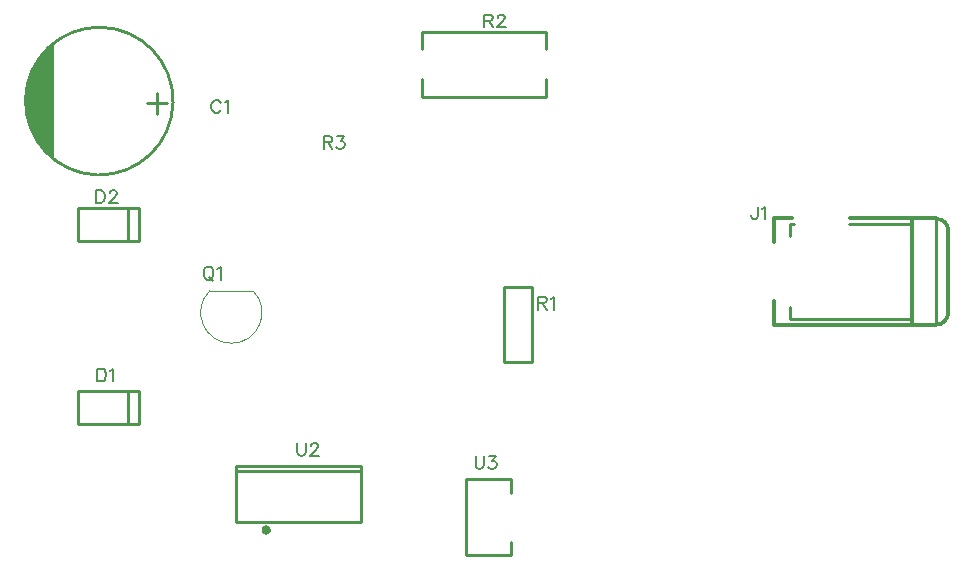
<source format=gto>
G04 Layer: TopSilkLayer*
G04 EasyEDA v6.4.7, 2020-11-13T14:17:03--3:00*
G04 567a4f01d23344a586f60d2a48ffb39a,2f6a952e8d754e4686293a443d3b0dc2,10*
G04 Gerber Generator version 0.2*
G04 Scale: 100 percent, Rotated: No, Reflected: No *
G04 Dimensions in millimeters *
G04 leading zeros omitted , absolute positions ,3 integer and 3 decimal *
%FSLAX33Y33*%
%MOMM*%
G90*
D02*

%ADD10C,0.254000*%
%ADD25C,0.119990*%
%ADD26C,0.304799*%
%ADD27C,0.399999*%
%ADD28C,0.152400*%

%LPD*%
G54D10*
G01X50767Y54820D02*
G01X61267Y54820D01*
G01X50767Y49319D02*
G01X61267Y49319D01*
G01X61267Y54820D02*
G01X61267Y53351D01*
G01X61267Y50788D02*
G01X61267Y49319D01*
G01X50767Y49319D02*
G01X50767Y50788D01*
G01X50767Y53351D02*
G01X50767Y54820D01*
G01X26780Y21635D02*
G01X21580Y21635D01*
G01X21580Y21635D02*
G01X21580Y24435D01*
G01X26780Y24435D02*
G01X21580Y24435D01*
G01X26780Y21635D02*
G01X26780Y24435D01*
G01X25821Y21635D02*
G01X25821Y24435D01*
G01X26780Y37129D02*
G01X21580Y37129D01*
G01X21580Y37129D02*
G01X21580Y39929D01*
G01X26780Y39929D02*
G01X21580Y39929D01*
G01X26780Y37129D02*
G01X26780Y39929D01*
G01X25821Y37129D02*
G01X25821Y39929D01*
G01X54473Y16915D02*
G01X58273Y16915D01*
G01X58273Y10516D02*
G01X54473Y10516D01*
G01X58273Y10516D02*
G01X58273Y11640D01*
G01X58273Y15791D02*
G01X58273Y16915D01*
G01X54473Y10516D02*
G01X54473Y16915D01*
G01X57651Y26870D02*
G01X57651Y33170D01*
G01X57651Y33170D02*
G01X60051Y33170D01*
G01X60051Y33170D02*
G01X60051Y26870D01*
G01X60051Y26870D02*
G01X57651Y26870D01*
G01X27432Y48765D02*
G01X29108Y48765D01*
G01X28295Y49603D02*
G01X28295Y47876D01*
G01X45609Y17588D02*
G01X35009Y17588D01*
G01X35008Y18087D02*
G01X45610Y18087D01*
G01X45610Y13289D01*
G01X35008Y13289D01*
G01X35008Y18082D01*
G01X35008Y18087D01*
G54D25*
G01X36395Y32885D02*
G01X32793Y32885D01*
G54D26*
G01X94244Y30010D02*
G01X92237Y30010D01*
G01X92237Y30010D02*
G01X80502Y30010D01*
G01X92237Y39001D02*
G01X94244Y39001D01*
G54D10*
G01X92237Y30518D02*
G01X81899Y30518D01*
G54D26*
G01X92237Y30010D02*
G01X92237Y37452D01*
G01X92237Y37553D02*
G01X92237Y38493D01*
G01X92237Y38493D02*
G01X92237Y39001D01*
G01X95285Y31051D02*
G01X95285Y37960D01*
G54D10*
G01X94244Y30010D02*
G01X94244Y39001D01*
G54D26*
G01X80502Y39001D02*
G01X82102Y39001D01*
G01X87005Y39001D02*
G01X92237Y39001D01*
G01X80502Y30010D02*
G01X80502Y32016D01*
G01X80502Y36995D02*
G01X80502Y39001D01*
G54D10*
G01X81899Y30518D02*
G01X81899Y31508D01*
G01X81899Y37503D02*
G01X81899Y38493D01*
G01X86903Y38493D02*
G01X92237Y38493D01*
G01X81899Y38493D02*
G01X82229Y38493D01*
G54D28*
G01X56017Y56271D02*
G01X56017Y55181D01*
G01X56017Y56271D02*
G01X56484Y56271D01*
G01X56639Y56220D01*
G01X56692Y56167D01*
G01X56743Y56062D01*
G01X56743Y55958D01*
G01X56692Y55854D01*
G01X56639Y55803D01*
G01X56484Y55753D01*
G01X56017Y55753D01*
G01X56380Y55753D02*
G01X56743Y55181D01*
G01X57139Y56012D02*
G01X57139Y56062D01*
G01X57190Y56167D01*
G01X57243Y56220D01*
G01X57348Y56271D01*
G01X57553Y56271D01*
G01X57658Y56220D01*
G01X57711Y56167D01*
G01X57762Y56062D01*
G01X57762Y55958D01*
G01X57711Y55854D01*
G01X57607Y55699D01*
G01X57086Y55181D01*
G01X57815Y55181D01*
G01X23251Y26299D02*
G01X23251Y25209D01*
G01X23251Y26299D02*
G01X23614Y26299D01*
G01X23771Y26248D01*
G01X23873Y26144D01*
G01X23926Y26040D01*
G01X23977Y25882D01*
G01X23977Y25623D01*
G01X23926Y25468D01*
G01X23873Y25364D01*
G01X23771Y25260D01*
G01X23614Y25209D01*
G01X23251Y25209D01*
G01X24320Y26090D02*
G01X24424Y26144D01*
G01X24582Y26299D01*
G01X24582Y25209D01*
G01X23159Y41402D02*
G01X23159Y40312D01*
G01X23159Y41402D02*
G01X23522Y41402D01*
G01X23680Y41351D01*
G01X23782Y41247D01*
G01X23835Y41142D01*
G01X23886Y40985D01*
G01X23886Y40726D01*
G01X23835Y40571D01*
G01X23782Y40467D01*
G01X23680Y40363D01*
G01X23522Y40312D01*
G01X23159Y40312D01*
G01X24282Y41142D02*
G01X24282Y41193D01*
G01X24333Y41297D01*
G01X24386Y41351D01*
G01X24490Y41402D01*
G01X24696Y41402D01*
G01X24800Y41351D01*
G01X24853Y41297D01*
G01X24904Y41193D01*
G01X24904Y41089D01*
G01X24853Y40985D01*
G01X24749Y40830D01*
G01X24229Y40312D01*
G01X24958Y40312D01*
G01X55263Y18874D02*
G01X55263Y18094D01*
G01X55314Y17940D01*
G01X55418Y17835D01*
G01X55575Y17785D01*
G01X55680Y17785D01*
G01X55835Y17835D01*
G01X55939Y17940D01*
G01X55989Y18094D01*
G01X55989Y18874D01*
G01X56437Y18874D02*
G01X57008Y18874D01*
G01X56698Y18458D01*
G01X56853Y18458D01*
G01X56957Y18407D01*
G01X57008Y18356D01*
G01X57061Y18199D01*
G01X57061Y18094D01*
G01X57008Y17940D01*
G01X56904Y17835D01*
G01X56749Y17785D01*
G01X56594Y17785D01*
G01X56437Y17835D01*
G01X56386Y17886D01*
G01X56332Y17990D01*
G01X60561Y32385D02*
G01X60561Y31295D01*
G01X60561Y32385D02*
G01X61028Y32385D01*
G01X61183Y32334D01*
G01X61236Y32280D01*
G01X61287Y32176D01*
G01X61287Y32072D01*
G01X61236Y31968D01*
G01X61183Y31917D01*
G01X61028Y31866D01*
G01X60561Y31866D01*
G01X60924Y31866D02*
G01X61287Y31295D01*
G01X61630Y32176D02*
G01X61734Y32230D01*
G01X61892Y32385D01*
G01X61892Y31295D01*
G01X33682Y48773D02*
G01X33629Y48877D01*
G01X33525Y48981D01*
G01X33423Y49032D01*
G01X33215Y49032D01*
G01X33111Y48981D01*
G01X33007Y48877D01*
G01X32953Y48773D01*
G01X32903Y48615D01*
G01X32903Y48356D01*
G01X32953Y48201D01*
G01X33007Y48097D01*
G01X33111Y47993D01*
G01X33215Y47942D01*
G01X33423Y47942D01*
G01X33525Y47993D01*
G01X33629Y48097D01*
G01X33682Y48201D01*
G01X34025Y48823D02*
G01X34129Y48877D01*
G01X34284Y49032D01*
G01X34284Y47942D01*
G01X40182Y19997D02*
G01X40182Y19217D01*
G01X40233Y19062D01*
G01X40337Y18958D01*
G01X40495Y18907D01*
G01X40599Y18907D01*
G01X40754Y18958D01*
G01X40858Y19062D01*
G01X40909Y19217D01*
G01X40909Y19997D01*
G01X41305Y19738D02*
G01X41305Y19789D01*
G01X41356Y19893D01*
G01X41409Y19946D01*
G01X41513Y19997D01*
G01X41719Y19997D01*
G01X41823Y19946D01*
G01X41876Y19893D01*
G01X41927Y19789D01*
G01X41927Y19685D01*
G01X41876Y19580D01*
G01X41772Y19425D01*
G01X41252Y18907D01*
G01X41981Y18907D01*
G01X32552Y34925D02*
G01X32448Y34874D01*
G01X32344Y34770D01*
G01X32291Y34665D01*
G01X32240Y34508D01*
G01X32240Y34249D01*
G01X32291Y34094D01*
G01X32344Y33990D01*
G01X32448Y33886D01*
G01X32552Y33835D01*
G01X32760Y33835D01*
G01X32862Y33886D01*
G01X32966Y33990D01*
G01X33020Y34094D01*
G01X33070Y34249D01*
G01X33070Y34508D01*
G01X33020Y34665D01*
G01X32966Y34770D01*
G01X32862Y34874D01*
G01X32760Y34925D01*
G01X32552Y34925D01*
G01X32707Y34041D02*
G01X33020Y33731D01*
G01X33413Y34716D02*
G01X33517Y34770D01*
G01X33675Y34925D01*
G01X33675Y33835D01*
G01X79143Y40015D02*
G01X79143Y39184D01*
G01X79090Y39027D01*
G01X79039Y38976D01*
G01X78935Y38925D01*
G01X78831Y38925D01*
G01X78727Y38976D01*
G01X78673Y39027D01*
G01X78623Y39184D01*
G01X78623Y39288D01*
G01X79486Y39806D02*
G01X79588Y39860D01*
G01X79745Y40015D01*
G01X79745Y38925D01*
G01X42400Y45974D02*
G01X42400Y44884D01*
G01X42400Y45974D02*
G01X42867Y45974D01*
G01X43022Y45923D01*
G01X43075Y45869D01*
G01X43126Y45765D01*
G01X43126Y45661D01*
G01X43075Y45557D01*
G01X43022Y45506D01*
G01X42867Y45455D01*
G01X42400Y45455D01*
G01X42763Y45455D02*
G01X43126Y44884D01*
G01X43573Y45974D02*
G01X44145Y45974D01*
G01X43835Y45557D01*
G01X43990Y45557D01*
G01X44094Y45506D01*
G01X44145Y45455D01*
G01X44198Y45298D01*
G01X44198Y45194D01*
G01X44145Y45039D01*
G01X44041Y44935D01*
G01X43886Y44884D01*
G01X43731Y44884D01*
G01X43573Y44935D01*
G01X43522Y44985D01*
G01X43469Y45090D01*
G54D10*
G75*
G01X23317Y42692D02*
G03X23208Y42695I91J6250D01*
G01*
G54D27*
G75*
G01X37541Y12824D02*
G03X37544Y12824I1J-200D01*
G01*
G54D25*
G75*
G01X34595Y28436D02*
G03X36433Y32875I0J2600D01*
G01*
G75*
G01X34595Y28436D02*
G02X32756Y32875I0J2600D01*
G01*
G54D26*
G75*
G01X95297Y31056D02*
G02X94247Y30006I-1050J0D01*
G01*
G75*
G01X95297Y37956D02*
G03X94247Y39006I-1050J0D01*
G01*

%LPD*%
G36*
G01X19608Y53870D02*
G01X19558Y53921D01*
G01X18491Y52677D01*
G01X18389Y52626D01*
G01X18034Y52042D01*
G01X17856Y51661D01*
G01X17576Y51254D01*
G01X17475Y50645D01*
G01X17297Y50467D01*
G01X17297Y49654D01*
G01X17143Y49500D01*
G01X17143Y48509D01*
G01X17119Y48486D01*
G01X17221Y48384D01*
G01X17297Y47520D01*
G01X17449Y47317D01*
G01X17576Y46581D01*
G01X17907Y46123D01*
G01X18008Y45717D01*
G01X18440Y45184D01*
G01X18440Y45158D01*
G01X19608Y43939D01*
G01X19608Y53870D01*
G37*
M00*
M02*

</source>
